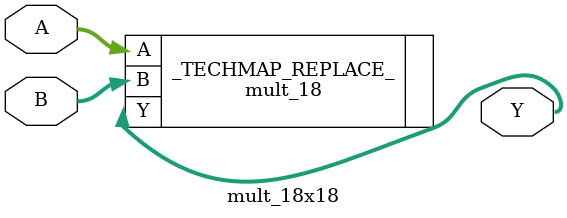
<source format=v>

module mult_9x9 (
  input [0:8] A,
  input [0:8] B,
  output [0:17] Y
);
  parameter A_SIGNED = 0;
  parameter B_SIGNED = 0;
  parameter A_WIDTH = 0;
  parameter B_WIDTH = 0;
  parameter Y_WIDTH = 0;

  mult_9 #() _TECHMAP_REPLACE_ (
    .A    (A),
    .B    (B),
    .Y    (Y) );

endmodule

//-----------------------------
// 18-bit multiplier
//-----------------------------
module mult_18x18 (
  input [0:17] A,
  input [0:17] B,
  output [0:35] Y
);
  parameter A_SIGNED = 0;
  parameter B_SIGNED = 0;
  parameter A_WIDTH = 0;
  parameter B_WIDTH = 0;
  parameter Y_WIDTH = 0;

  mult_18 #() _TECHMAP_REPLACE_ (
    .A    (A),
    .B    (B),
    .Y    (Y) );

endmodule

</source>
